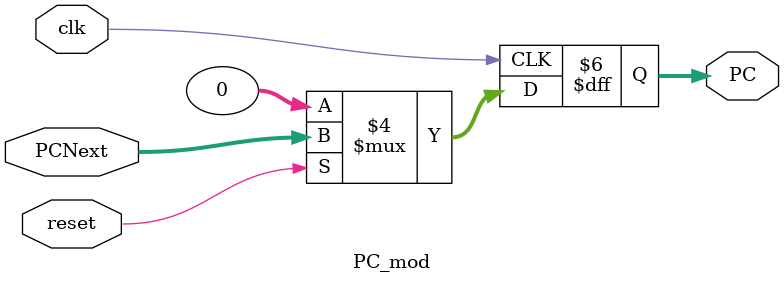
<source format=v>
`timescale 1ns / 1ps

module PC_mod(clk, reset, PCNext, PC);

    input clk, reset;
    input [31:0] PCNext;

    output reg [31:0] PC;
    
    
    always @ (posedge clk) 
    begin
        if (~reset)
            PC <= {32{1'b0}};
        else
            PC <= PCNext;
    end
endmodule

</source>
